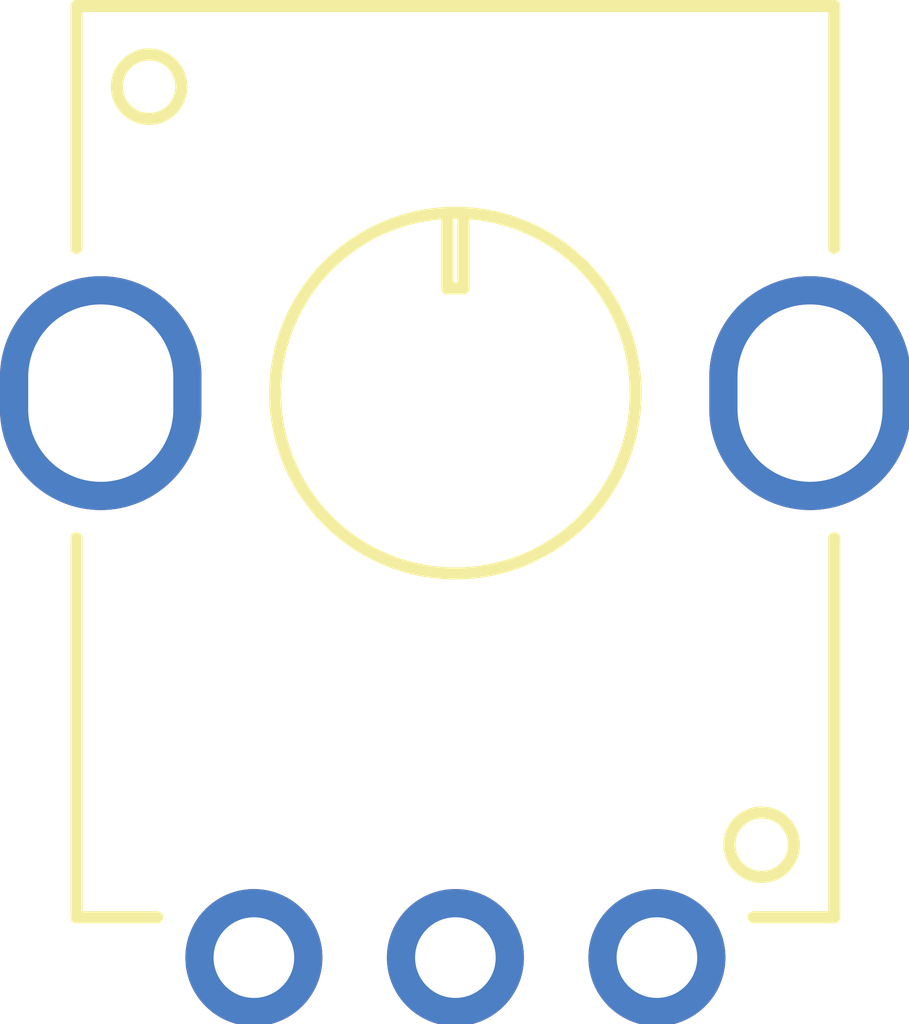
<source format=kicad_pcb>
(kicad_pcb (version 20171130) (host pcbnew "(5.1.9-0-10_14)")

  (general
    (thickness 1.6)
    (drawings 0)
    (tracks 0)
    (zones 0)
    (modules 1)
    (nets 4)
  )

  (page A4)
  (layers
    (0 F.Cu signal)
    (31 B.Cu signal)
    (32 B.Adhes user)
    (33 F.Adhes user)
    (34 B.Paste user)
    (35 F.Paste user)
    (36 B.SilkS user)
    (37 F.SilkS user)
    (38 B.Mask user)
    (39 F.Mask user)
    (40 Dwgs.User user)
    (41 Cmts.User user)
    (42 Eco1.User user)
    (43 Eco2.User user)
    (44 Edge.Cuts user)
    (45 Margin user)
    (46 B.CrtYd user hide)
    (47 F.CrtYd user hide)
    (48 B.Fab user hide)
    (49 F.Fab user hide)
  )

  (setup
    (last_trace_width 0.1524)
    (user_trace_width 0.1524)
    (user_trace_width 0.254)
    (user_trace_width 0.4064)
    (user_trace_width 0.635)
    (trace_clearance 0.1524)
    (zone_clearance 0.508)
    (zone_45_only no)
    (trace_min 0.1524)
    (via_size 0.6858)
    (via_drill 0.3048)
    (via_min_size 0.6858)
    (via_min_drill 0.3048)
    (uvia_size 0.3048)
    (uvia_drill 0.1524)
    (uvias_allowed no)
    (uvia_min_size 0.2)
    (uvia_min_drill 0.1)
    (edge_width 0.15)
    (segment_width 0.2)
    (pcb_text_width 0.3)
    (pcb_text_size 1.5 1.5)
    (mod_edge_width 0.15)
    (mod_text_size 1 1)
    (mod_text_width 0.15)
    (pad_size 1.7 1.7)
    (pad_drill 1)
    (pad_to_mask_clearance 0.2)
    (aux_axis_origin 0 0)
    (visible_elements FFFFFF7F)
    (pcbplotparams
      (layerselection 0x010fc_ffffffff)
      (usegerberextensions false)
      (usegerberattributes false)
      (usegerberadvancedattributes false)
      (creategerberjobfile false)
      (excludeedgelayer true)
      (linewidth 0.100000)
      (plotframeref false)
      (viasonmask false)
      (mode 1)
      (useauxorigin false)
      (hpglpennumber 1)
      (hpglpenspeed 20)
      (hpglpendiameter 15.000000)
      (psnegative false)
      (psa4output false)
      (plotreference true)
      (plotvalue true)
      (plotinvisibletext false)
      (padsonsilk false)
      (subtractmaskfromsilk false)
      (outputformat 1)
      (mirror false)
      (drillshape 1)
      (scaleselection 1)
      (outputdirectory ""))
  )

  (net 0 "")
  (net 1 +3V3)
  (net 2 GND)
  (net 3 "Net-(Pin0-Pad1)")

  (net_class Default "This is the default net class."
    (clearance 0.1524)
    (trace_width 0.1524)
    (via_dia 0.6858)
    (via_drill 0.3048)
    (uvia_dia 0.3048)
    (uvia_drill 0.1524)
    (diff_pair_width 0.1524)
    (diff_pair_gap 0.1524)
    (add_net +3V3)
    (add_net GND)
    (add_net "Net-(Pin0-Pad1)")
  )

  (module Potentiometer_Thonk:SongHueiTallTrim9 locked (layer F.Cu) (tedit 60CF9AEC) (tstamp 6089D55B)
    (at 0 0)
    (path /5FCAE65B)
    (fp_text reference ZZ1 (at 0 4.7) (layer F.SilkS) hide
      (effects (font (size 1 1) (thickness 0.15)))
    )
    (fp_text value 100k (at 0 10.1) (layer F.Fab)
      (effects (font (size 1 1) (thickness 0.15)))
    )
    (fp_line (start -4.7 -4.8) (end 4.7 -4.8) (layer F.SilkS) (width 0.15))
    (fp_line (start 4.7 -4.8) (end 4.7 -1.8) (layer F.SilkS) (width 0.15))
    (fp_line (start -4.7 -4.8) (end -4.7 -1.8) (layer F.SilkS) (width 0.15))
    (fp_line (start -4.7 6.5) (end -3.7 6.5) (layer F.SilkS) (width 0.15))
    (fp_line (start -4.7 1.8) (end -4.7 6.5) (layer F.SilkS) (width 0.15))
    (fp_line (start 4.7 1.8) (end 4.7 6.5) (layer F.SilkS) (width 0.15))
    (fp_line (start 3.7 6.5) (end 4.7 6.5) (layer F.SilkS) (width 0.15))
    (fp_circle (center -3.8 -3.8) (end -4.2 -3.8) (layer F.SilkS) (width 0.15))
    (fp_circle (center 3.8 5.6) (end 4.2 5.6) (layer F.SilkS) (width 0.15))
    (fp_circle (center 0 0) (end 2.2 0.4) (layer F.SilkS) (width 0.15))
    (fp_line (start 0.1 -1.3) (end 0.1 -2.2) (layer F.SilkS) (width 0.15))
    (fp_line (start -0.1 -1.3) (end 0.1 -1.3) (layer F.SilkS) (width 0.15))
    (fp_line (start -0.1 -2.2) (end -0.1 -1.3) (layer F.SilkS) (width 0.15))
    (pad "" thru_hole oval (at 4.4 0) (size 2.5 2.9) (drill oval 1.8 2.2) (layers *.Cu *.Mask))
    (pad 3 thru_hole oval (at 2.5 7) (size 1.7 1.7) (drill 1) (layers *.Cu *.Mask)
      (net 1 +3V3))
    (pad 2 thru_hole oval (at 0 7) (size 1.7 1.7) (drill 1) (layers *.Cu *.Mask)
      (net 3 "Net-(Pin0-Pad1)"))
    (pad 1 thru_hole oval (at -2.5 7) (size 1.7 1.7) (drill 1) (layers *.Cu *.Mask)
      (net 2 GND))
    (pad "" thru_hole oval (at -4.4 0) (size 2.5 2.9) (drill oval 1.8 2.2) (layers *.Cu *.Mask))
  )

)

</source>
